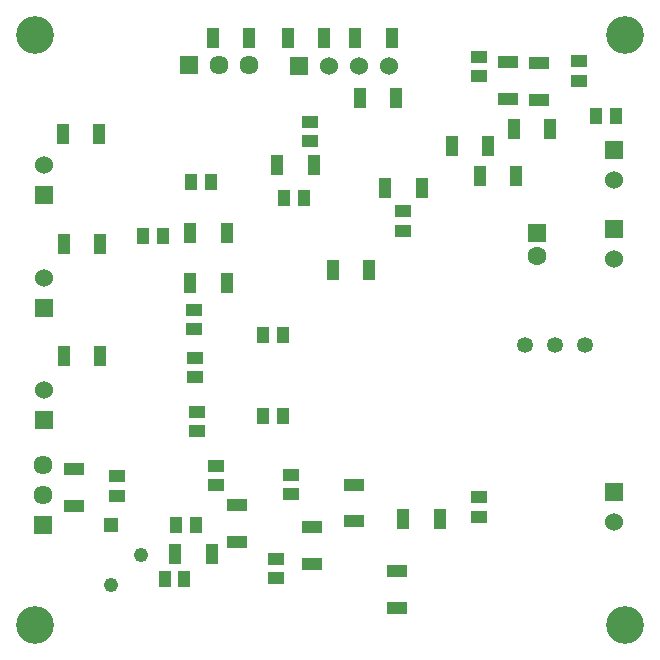
<source format=gbr>
%TF.GenerationSoftware,KiCad,Pcbnew,8.0.0*%
%TF.CreationDate,2024-06-23T16:28:17+02:00*%
%TF.ProjectId,TSAL,5453414c-2e6b-4696-9361-645f70636258,V2.0*%
%TF.SameCoordinates,Original*%
%TF.FileFunction,Soldermask,Bot*%
%TF.FilePolarity,Negative*%
%FSLAX46Y46*%
G04 Gerber Fmt 4.6, Leading zero omitted, Abs format (unit mm)*
G04 Created by KiCad (PCBNEW 8.0.0) date 2024-06-23 16:28:17*
%MOMM*%
%LPD*%
G01*
G04 APERTURE LIST*
%ADD10C,3.200000*%
%ADD11R,1.530000X1.530000*%
%ADD12C,1.530000*%
%ADD13R,1.600000X1.600000*%
%ADD14C,1.600000*%
%ADD15R,1.610000X1.610000*%
%ADD16C,1.610000*%
%ADD17C,1.350000*%
%ADD18R,1.217000X1.217000*%
%ADD19C,1.217000*%
%ADD20R,1.070000X1.470000*%
%ADD21R,1.470000X1.070000*%
%ADD22R,1.800000X1.050000*%
%ADD23R,1.050000X1.800000*%
G04 APERTURE END LIST*
D10*
%TO.C,H1*%
X152750000Y-30250000D03*
%TD*%
D11*
%TO.C,J7*%
X125095000Y-32902680D03*
D12*
X127635000Y-32902680D03*
X130175000Y-32902680D03*
X132715000Y-32902680D03*
%TD*%
D11*
%TO.C,J6*%
X151840000Y-46720000D03*
D12*
X151840000Y-49260000D03*
%TD*%
D13*
%TO.C,C13*%
X145295120Y-47012197D03*
D14*
X145295120Y-49012197D03*
%TD*%
D11*
%TO.C,J2*%
X103505000Y-53340000D03*
D12*
X103505000Y-50800000D03*
%TD*%
D10*
%TO.C,H2*%
X102750000Y-30250000D03*
%TD*%
D11*
%TO.C,J5*%
X151840000Y-68945000D03*
D12*
X151840000Y-71485000D03*
%TD*%
D15*
%TO.C,J8*%
X115815000Y-32827680D03*
D16*
X118355000Y-32827680D03*
X120895000Y-32827680D03*
%TD*%
D15*
%TO.C,J4*%
X103430000Y-71755000D03*
D16*
X103430000Y-69215000D03*
X103430000Y-66675000D03*
%TD*%
D10*
%TO.C,H4*%
X152750000Y-80250000D03*
%TD*%
D11*
%TO.C,J9*%
X151765000Y-40005000D03*
D12*
X151765000Y-42545000D03*
%TD*%
D17*
%TO.C,PS1*%
X149342320Y-56515000D03*
X146802320Y-56515000D03*
X144262320Y-56515000D03*
%TD*%
D18*
%TO.C,RV1*%
X109215000Y-71755000D03*
D19*
X111755000Y-74295000D03*
X109215000Y-76835000D03*
%TD*%
D10*
%TO.C,H3*%
X102750000Y-80250000D03*
%TD*%
D11*
%TO.C,J1*%
X103505000Y-43815000D03*
D12*
X103505000Y-41275000D03*
%TD*%
D11*
%TO.C,J3*%
X103505000Y-62865000D03*
D12*
X103505000Y-60325000D03*
%TD*%
D20*
%TO.C,C19*%
X151950000Y-37160200D03*
X150310000Y-37160200D03*
%TD*%
D21*
%TO.C,C21*%
X118110000Y-68384000D03*
X118110000Y-66744000D03*
%TD*%
D22*
%TO.C,R17*%
X145415000Y-35727500D03*
X145415000Y-32627500D03*
%TD*%
D20*
%TO.C,C17*%
X122116000Y-62484000D03*
X123756000Y-62484000D03*
%TD*%
D23*
%TO.C,R10*%
X117755000Y-74168000D03*
X114655000Y-74168000D03*
%TD*%
%TO.C,R41*%
X138073800Y-39624000D03*
X141173800Y-39624000D03*
%TD*%
%TO.C,R42*%
X143536000Y-42164000D03*
X140436000Y-42164000D03*
%TD*%
D22*
%TO.C,R35*%
X126238000Y-71957600D03*
X126238000Y-75057600D03*
%TD*%
D21*
%TO.C,C1*%
X123190000Y-76232600D03*
X123190000Y-74592600D03*
%TD*%
D20*
%TO.C,C11*%
X122100905Y-55652074D03*
X123740905Y-55652074D03*
%TD*%
D23*
%TO.C,R5*%
X108305000Y-47990000D03*
X105205000Y-47990000D03*
%TD*%
D21*
%TO.C,C7*%
X109728000Y-69277650D03*
X109728000Y-67637650D03*
%TD*%
D23*
%TO.C,R34*%
X135535000Y-43180000D03*
X132435000Y-43180000D03*
%TD*%
D21*
%TO.C,C14*%
X124460000Y-69146000D03*
X124460000Y-67506000D03*
%TD*%
%TO.C,C5*%
X148818600Y-34119400D03*
X148818600Y-32479400D03*
%TD*%
D23*
%TO.C,R32*%
X123265000Y-41275000D03*
X126365000Y-41275000D03*
%TD*%
%TO.C,R33*%
X133959000Y-71247000D03*
X137059000Y-71247000D03*
%TD*%
D20*
%TO.C,C18*%
X114750000Y-71755000D03*
X116390000Y-71755000D03*
%TD*%
D23*
%TO.C,R11*%
X124180000Y-30480000D03*
X127280000Y-30480000D03*
%TD*%
%TO.C,R14*%
X130276000Y-35560000D03*
X133376000Y-35560000D03*
%TD*%
D21*
%TO.C,C3*%
X133975279Y-46818306D03*
X133975279Y-45178306D03*
%TD*%
D22*
%TO.C,R16*%
X106045000Y-70130000D03*
X106045000Y-67030000D03*
%TD*%
D21*
%TO.C,C20*%
X116528000Y-63812000D03*
X116528000Y-62172000D03*
%TD*%
D20*
%TO.C,C2*%
X113792000Y-76327000D03*
X115432000Y-76327000D03*
%TD*%
%TO.C,C16*%
X116020000Y-42672000D03*
X117660000Y-42672000D03*
%TD*%
D22*
%TO.C,R19*%
X119888000Y-73178000D03*
X119888000Y-70078000D03*
%TD*%
D23*
%TO.C,R12*%
X132995000Y-30480000D03*
X129895000Y-30480000D03*
%TD*%
D20*
%TO.C,C4*%
X123894000Y-44069000D03*
X125534000Y-44069000D03*
%TD*%
D23*
%TO.C,R29*%
X131090000Y-50165000D03*
X127990000Y-50165000D03*
%TD*%
D22*
%TO.C,R15*%
X142798800Y-32587600D03*
X142798800Y-35687600D03*
%TD*%
D21*
%TO.C,C8*%
X140393322Y-71052060D03*
X140393322Y-69412060D03*
%TD*%
%TO.C,C15*%
X140335000Y-32087500D03*
X140335000Y-33727500D03*
%TD*%
%TO.C,C9*%
X126091553Y-37634380D03*
X126091553Y-39274380D03*
%TD*%
D22*
%TO.C,R36*%
X129794000Y-71425400D03*
X129794000Y-68325400D03*
%TD*%
D21*
%TO.C,C12*%
X116332000Y-59240000D03*
X116332000Y-57600000D03*
%TD*%
%TO.C,C6*%
X116205000Y-55176000D03*
X116205000Y-53536000D03*
%TD*%
D23*
%TO.C,R9*%
X119025000Y-46990000D03*
X115925000Y-46990000D03*
%TD*%
%TO.C,R8*%
X108305000Y-57404000D03*
X105205000Y-57404000D03*
%TD*%
%TO.C,R13*%
X117830000Y-30480000D03*
X120930000Y-30480000D03*
%TD*%
%TO.C,R39*%
X146406200Y-38252400D03*
X143306200Y-38252400D03*
%TD*%
%TO.C,R31*%
X115918450Y-51243969D03*
X119018450Y-51243969D03*
%TD*%
%TO.C,R3*%
X108230000Y-38608000D03*
X105130000Y-38608000D03*
%TD*%
D20*
%TO.C,C10*%
X111956000Y-47244000D03*
X113596000Y-47244000D03*
%TD*%
D22*
%TO.C,R1*%
X133451600Y-78740600D03*
X133451600Y-75640600D03*
%TD*%
M02*

</source>
